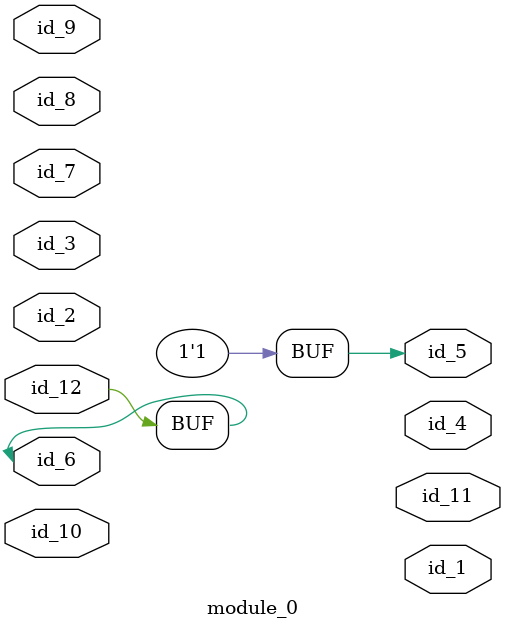
<source format=v>
`define pp_12 0
module module_0 (
    id_1,
    id_2,
    id_3,
    id_4,
    id_5,
    id_6,
    id_7,
    id_8,
    id_9,
    id_10,
    id_11,
    id_12
);
  inout id_12;
  output id_11;
  inout id_10;
  input id_9;
  input id_8;
  input id_7;
  inout id_6;
  output id_5;
  output id_4;
  inout id_3;
  inout id_2;
  output id_1;
  always begin
    id_5  <= 1;
    id_12 <= id_6;
  end
endmodule

</source>
